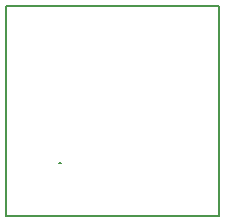
<source format=gm1>
G04*
G04 #@! TF.GenerationSoftware,Altium Limited,Altium Designer,18.0.7 (293)*
G04*
G04 Layer_Color=16711935*
%FSLAX25Y25*%
%MOIN*%
G70*
G01*
G75*
%ADD13C,0.00787*%
%ADD15C,0.00500*%
D13*
X231102Y169016D02*
X230315D01*
X231102D01*
D15*
X283701Y151516D02*
Y221516D01*
X212717Y151516D02*
X283701D01*
X212717D02*
Y221516D01*
X283701D01*
M02*

</source>
